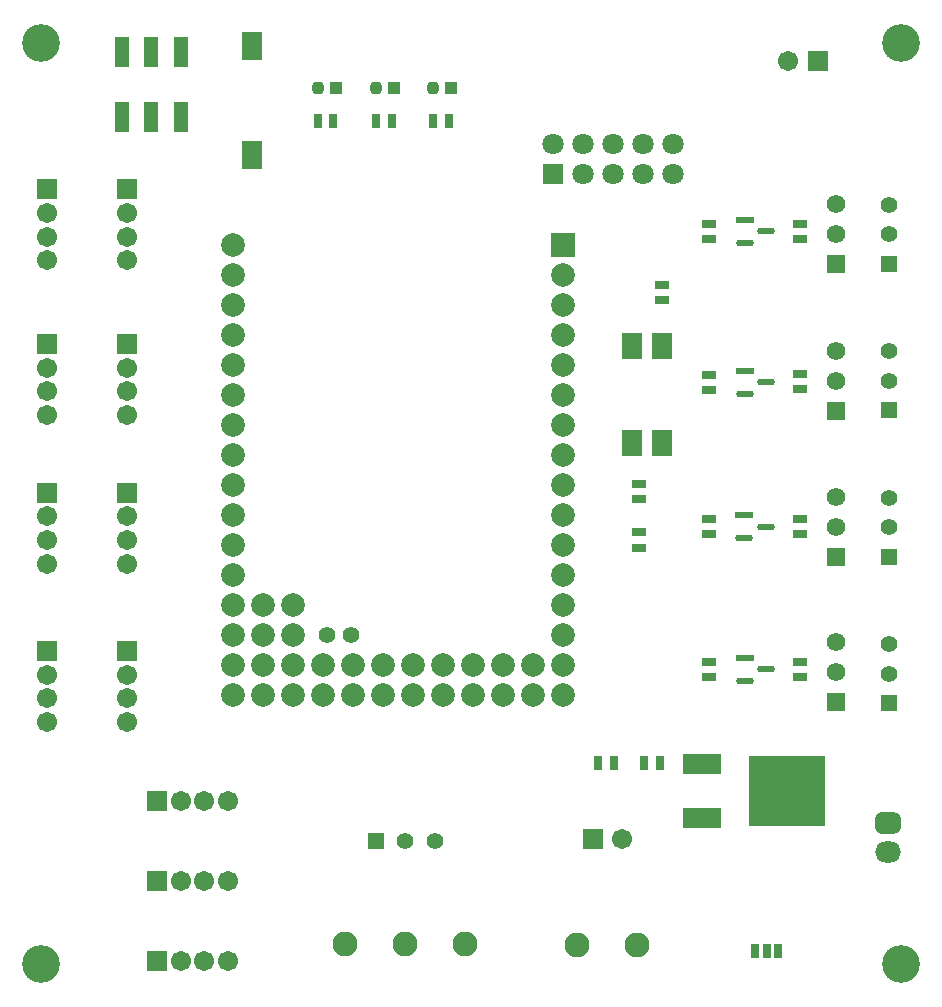
<source format=gts>
G04*
G04 #@! TF.GenerationSoftware,Altium Limited,Altium Designer,20.1.8 (145)*
G04*
G04 Layer_Color=8388736*
%FSLAX25Y25*%
%MOIN*%
G70*
G04*
G04 #@! TF.SameCoordinates,270EA023-51AB-43D7-A289-41EC75A4802A*
G04*
G04*
G04 #@! TF.FilePolarity,Negative*
G04*
G01*
G75*
G04:AMPARAMS|DCode=17|XSize=60.01mil|YSize=22.75mil|CornerRadius=11.38mil|HoleSize=0mil|Usage=FLASHONLY|Rotation=0.000|XOffset=0mil|YOffset=0mil|HoleType=Round|Shape=RoundedRectangle|*
%AMROUNDEDRECTD17*
21,1,0.06001,0.00000,0,0,0.0*
21,1,0.03725,0.02275,0,0,0.0*
1,1,0.02275,0.01863,0.00000*
1,1,0.02275,-0.01863,0.00000*
1,1,0.02275,-0.01863,0.00000*
1,1,0.02275,0.01863,0.00000*
%
%ADD17ROUNDEDRECTD17*%
%ADD18R,0.06001X0.02275*%
%ADD22R,0.06693X0.08661*%
%ADD25R,0.04724X0.09843*%
%ADD29R,0.04540X0.02769*%
%ADD30R,0.03950X0.03950*%
G04:AMPARAMS|DCode=31|XSize=39.5mil|YSize=39.5mil|CornerRadius=11.87mil|HoleSize=0mil|Usage=FLASHONLY|Rotation=0.000|XOffset=0mil|YOffset=0mil|HoleType=Round|Shape=RoundedRectangle|*
%AMROUNDEDRECTD31*
21,1,0.03950,0.01575,0,0,0.0*
21,1,0.01575,0.03950,0,0,0.0*
1,1,0.02375,0.00787,-0.00787*
1,1,0.02375,-0.00787,-0.00787*
1,1,0.02375,-0.00787,0.00787*
1,1,0.02375,0.00787,0.00787*
%
%ADD31ROUNDEDRECTD31*%
%ADD32R,0.02769X0.04540*%
%ADD33R,0.25210X0.23635*%
%ADD34R,0.12611X0.07099*%
%ADD35R,0.07099X0.09383*%
%ADD36R,0.07099X0.09461*%
%ADD37R,0.02769X0.04737*%
%ADD38R,0.06181X0.06181*%
%ADD39C,0.06181*%
%ADD40R,0.05512X0.05512*%
%ADD41C,0.05512*%
%ADD42R,0.06706X0.06706*%
%ADD43C,0.06706*%
%ADD44C,0.07099*%
%ADD45R,0.07099X0.07099*%
%ADD46R,0.06706X0.06706*%
%ADD47C,0.08280*%
G04:AMPARAMS|DCode=48|XSize=86.74mil|YSize=70.99mil|CornerRadius=19.75mil|HoleSize=0mil|Usage=FLASHONLY|Rotation=0.000|XOffset=0mil|YOffset=0mil|HoleType=Round|Shape=RoundedRectangle|*
%AMROUNDEDRECTD48*
21,1,0.08674,0.03150,0,0,0.0*
21,1,0.04724,0.07099,0,0,0.0*
1,1,0.03950,0.02362,-0.01575*
1,1,0.03950,-0.02362,-0.01575*
1,1,0.03950,-0.02362,0.01575*
1,1,0.03950,0.02362,0.01575*
%
%ADD48ROUNDEDRECTD48*%
%ADD49O,0.08674X0.07099*%
%ADD50R,0.05512X0.05512*%
%ADD51R,0.07887X0.07887*%
%ADD52C,0.07887*%
%ADD53C,0.05524*%
%ADD54C,0.12611*%
D17*
X253432Y256067D02*
D03*
X246265Y252327D02*
D03*
X253432Y110039D02*
D03*
X246265Y106299D02*
D03*
Y201969D02*
D03*
X253432Y205709D02*
D03*
X246063Y153937D02*
D03*
X253230Y157677D02*
D03*
D18*
X246265Y259807D02*
D03*
Y113779D02*
D03*
Y209449D02*
D03*
X246063Y161417D02*
D03*
D22*
X218779Y217717D02*
D03*
X208780D02*
D03*
Y185433D02*
D03*
X218779D02*
D03*
D25*
X38583Y315945D02*
D03*
Y294291D02*
D03*
X58268D02*
D03*
Y315945D02*
D03*
X48425D02*
D03*
Y294291D02*
D03*
D29*
X264769Y112598D02*
D03*
Y107480D02*
D03*
Y253508D02*
D03*
Y258626D02*
D03*
X234454Y107480D02*
D03*
Y112598D02*
D03*
Y203150D02*
D03*
Y208268D02*
D03*
X264769Y203346D02*
D03*
Y208465D02*
D03*
X218618Y238173D02*
D03*
Y233055D02*
D03*
X234454Y253508D02*
D03*
Y258626D02*
D03*
X264567Y155118D02*
D03*
Y160236D02*
D03*
X234252Y155118D02*
D03*
Y160236D02*
D03*
X211024Y171850D02*
D03*
Y166732D02*
D03*
Y155709D02*
D03*
Y150591D02*
D03*
D30*
X148402Y303776D02*
D03*
X129402D02*
D03*
X109902D02*
D03*
D31*
X142496D02*
D03*
X123496D02*
D03*
X103996D02*
D03*
D32*
X217913Y78740D02*
D03*
X212795D02*
D03*
X202559D02*
D03*
X197441D02*
D03*
X142496Y292752D02*
D03*
X147614D02*
D03*
X123496D02*
D03*
X128614D02*
D03*
X103996D02*
D03*
X109114D02*
D03*
D33*
X260236Y69646D02*
D03*
D34*
X231890Y60630D02*
D03*
Y78661D02*
D03*
D35*
X81890Y317697D02*
D03*
D36*
Y281516D02*
D03*
D37*
X257480Y16142D02*
D03*
X253543D02*
D03*
X249606D02*
D03*
D38*
X276772Y99055D02*
D03*
Y196299D02*
D03*
Y147480D02*
D03*
Y245118D02*
D03*
D39*
Y109055D02*
D03*
Y119055D02*
D03*
Y206299D02*
D03*
Y216299D02*
D03*
Y157480D02*
D03*
Y167480D02*
D03*
Y255118D02*
D03*
Y265118D02*
D03*
D40*
X294488Y98819D02*
D03*
Y147638D02*
D03*
Y196457D02*
D03*
Y245276D02*
D03*
D41*
Y108661D02*
D03*
Y118504D02*
D03*
Y167323D02*
D03*
Y157480D02*
D03*
Y216142D02*
D03*
Y206299D02*
D03*
Y264961D02*
D03*
Y255118D02*
D03*
X142913Y52756D02*
D03*
X133071D02*
D03*
D42*
X270630Y312992D02*
D03*
X195669Y53543D02*
D03*
X13780Y116142D02*
D03*
X13780Y270079D02*
D03*
X13780Y218504D02*
D03*
X40354Y116142D02*
D03*
X40354Y270079D02*
D03*
X40354Y218504D02*
D03*
X13780Y168898D02*
D03*
X40354D02*
D03*
D43*
X260787Y312992D02*
D03*
X66142Y66338D02*
D03*
X58268D02*
D03*
X74016D02*
D03*
X205512Y53543D02*
D03*
X66142Y12794D02*
D03*
X58268D02*
D03*
X74016D02*
D03*
X13780Y100394D02*
D03*
Y108268D02*
D03*
Y92520D02*
D03*
X13780Y254331D02*
D03*
Y262205D02*
D03*
Y246457D02*
D03*
X13780Y202756D02*
D03*
Y210630D02*
D03*
Y194882D02*
D03*
X40354Y92520D02*
D03*
Y108268D02*
D03*
Y100394D02*
D03*
X40354Y246457D02*
D03*
Y262205D02*
D03*
Y254331D02*
D03*
X40354Y202756D02*
D03*
Y210630D02*
D03*
Y194882D02*
D03*
X66142Y39566D02*
D03*
X58268D02*
D03*
X74016D02*
D03*
X13780Y153150D02*
D03*
Y161024D02*
D03*
Y145276D02*
D03*
X40354Y153150D02*
D03*
Y161024D02*
D03*
Y145276D02*
D03*
D44*
X222441Y275039D02*
D03*
X212441D02*
D03*
X222441Y285039D02*
D03*
X212441D02*
D03*
X202441Y275039D02*
D03*
Y285039D02*
D03*
X192441D02*
D03*
Y275039D02*
D03*
X182441Y285039D02*
D03*
D45*
Y275039D02*
D03*
D46*
X50394Y66338D02*
D03*
Y12794D02*
D03*
Y39566D02*
D03*
D47*
X112958Y18504D02*
D03*
X132958D02*
D03*
X152958D02*
D03*
X210394Y18110D02*
D03*
X190394D02*
D03*
D48*
X294094Y58858D02*
D03*
D49*
Y49016D02*
D03*
D50*
X123228Y52756D02*
D03*
D51*
X185827Y251378D02*
D03*
D52*
Y241378D02*
D03*
Y231378D02*
D03*
Y221378D02*
D03*
Y211378D02*
D03*
Y201378D02*
D03*
Y191378D02*
D03*
Y181378D02*
D03*
Y171378D02*
D03*
Y161378D02*
D03*
Y151378D02*
D03*
Y141378D02*
D03*
Y131378D02*
D03*
Y121378D02*
D03*
Y111378D02*
D03*
Y101378D02*
D03*
X75590Y181378D02*
D03*
Y121378D02*
D03*
Y251378D02*
D03*
Y221378D02*
D03*
Y241378D02*
D03*
Y201378D02*
D03*
Y211378D02*
D03*
Y161378D02*
D03*
Y171378D02*
D03*
Y141378D02*
D03*
Y101378D02*
D03*
Y231378D02*
D03*
Y191378D02*
D03*
Y151378D02*
D03*
Y111378D02*
D03*
X165827Y101378D02*
D03*
X105827D02*
D03*
X145827D02*
D03*
X155827D02*
D03*
X115827D02*
D03*
X125827D02*
D03*
X85827D02*
D03*
X175827D02*
D03*
X135827D02*
D03*
X95827D02*
D03*
X165827Y111378D02*
D03*
X105827D02*
D03*
X145827D02*
D03*
X155827D02*
D03*
X115827D02*
D03*
X125827D02*
D03*
X85827D02*
D03*
X175827D02*
D03*
X135827D02*
D03*
X95827D02*
D03*
X85827Y121378D02*
D03*
X95827D02*
D03*
X75590Y131378D02*
D03*
X95827D02*
D03*
X85827D02*
D03*
D53*
X107087Y121378D02*
D03*
X114961D02*
D03*
D54*
X11811Y11811D02*
D03*
X298425D02*
D03*
X11811Y318898D02*
D03*
X298425D02*
D03*
M02*

</source>
